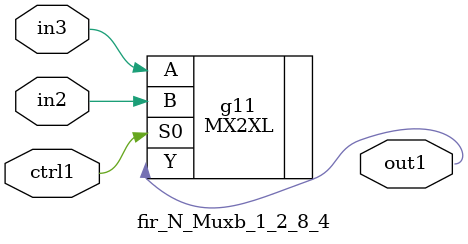
<source format=v>
`timescale 1ps / 1ps


module fir_N_Muxb_1_2_8_4(in3, in2, ctrl1, out1);
  input in3, in2, ctrl1;
  output out1;
  wire in3, in2, ctrl1;
  wire out1;
  MX2XL g11(.A (in3), .B (in2), .S0 (ctrl1), .Y (out1));
endmodule



</source>
